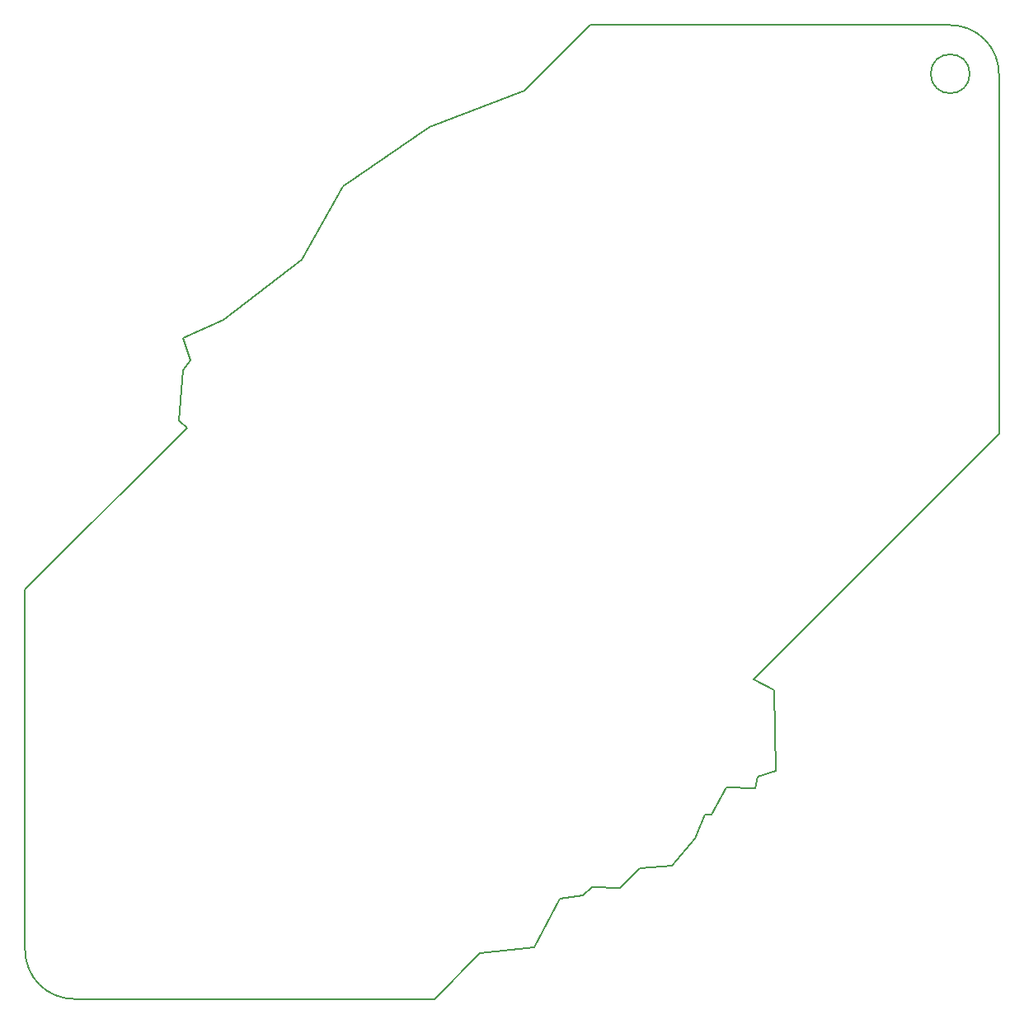
<source format=gm1>
G04 #@! TF.GenerationSoftware,KiCad,Pcbnew,(2017-07-14 revision d3b382c)-master*
G04 #@! TF.CreationDate,2017-07-30T20:26:54+02:00*
G04 #@! TF.ProjectId,Bornhack Make Tradition Badge,426F726E6861636B204D616B65205472,rev?*
G04 #@! TF.SameCoordinates,Original
G04 #@! TF.FileFunction,Profile,NP*
%FSLAX46Y46*%
G04 Gerber Fmt 4.6, Leading zero omitted, Abs format (unit mm)*
G04 Created by KiCad (PCBNEW (2017-07-14 revision d3b382c)-master) date Sunday, July 30, 2017 'PMt' 08:26:54 PM*
%MOMM*%
%LPD*%
G01*
G04 APERTURE LIST*
%ADD10C,0.150000*%
G04 APERTURE END LIST*
D10*
X50000000Y-108000000D02*
X66600000Y-91400000D01*
X92000000Y-150000000D02*
X96700000Y-145300000D01*
X126900000Y-118300000D02*
X124800000Y-117200000D01*
X127100000Y-126600000D02*
X126900000Y-118300000D01*
X125200000Y-127200000D02*
X127100000Y-126600000D01*
X125000000Y-128400000D02*
X125200000Y-127200000D01*
X122000000Y-128300000D02*
X125000000Y-128400000D01*
X120500000Y-131100000D02*
X122000000Y-128300000D01*
X119800000Y-131100000D02*
X120500000Y-131100000D01*
X118800000Y-133500000D02*
X119800000Y-131100000D01*
X116400000Y-136300000D02*
X118800000Y-133500000D01*
X113100000Y-136600000D02*
X116400000Y-136300000D01*
X111100000Y-138600000D02*
X113100000Y-136600000D01*
X108200000Y-138500000D02*
X111100000Y-138600000D01*
X107300000Y-139400000D02*
X108200000Y-138500000D01*
X104900000Y-139700000D02*
X107300000Y-139400000D01*
X102300000Y-144700000D02*
X104900000Y-139700000D01*
X96700000Y-145300000D02*
X102300000Y-144700000D01*
X91500000Y-60500000D02*
X101300000Y-56700000D01*
X82600000Y-66600000D02*
X91500000Y-60500000D01*
X78400000Y-74100000D02*
X82600000Y-66600000D01*
X70400000Y-80300000D02*
X78400000Y-74100000D01*
X66200000Y-82100000D02*
X70400000Y-80300000D01*
X67000000Y-84400000D02*
X66200000Y-82100000D01*
X66200000Y-85400000D02*
X67000000Y-84400000D01*
X65800000Y-90600000D02*
X66200000Y-85400000D01*
X66600000Y-91400000D02*
X65800000Y-90600000D01*
X147000000Y-55000000D02*
G75*
G03X147000000Y-55000000I-2000000J0D01*
G01*
X50000000Y-108000000D02*
X50000000Y-145000000D01*
X108000000Y-50000000D02*
X101300000Y-56700000D01*
X145000000Y-50000000D02*
X108000000Y-50000000D01*
X150000000Y-55000000D02*
G75*
G03X145000000Y-50000000I-5000000J0D01*
G01*
X150000000Y-92000000D02*
X150000000Y-55000000D01*
X124800000Y-117200000D02*
X150000000Y-92000000D01*
X55000000Y-150000000D02*
X92000000Y-150000000D01*
X50000000Y-145000000D02*
G75*
G03X55000000Y-150000000I5000000J0D01*
G01*
M02*

</source>
